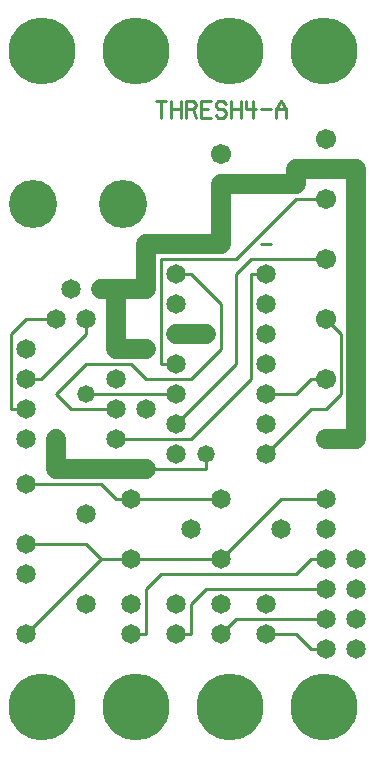
<source format=gtl>
%MOIN*%
%FSLAX25Y25*%
G04 D10 used for Character Trace; *
G04     Circle (OD=.01000) (No hole)*
G04 D11 used for Power Trace; *
G04     Circle (OD=.06700) (No hole)*
G04 D12 used for Signal Trace; *
G04     Circle (OD=.01100) (No hole)*
G04 D13 used for Via; *
G04     Circle (OD=.05800) (Round. Hole ID=.02800)*
G04 D14 used for Component hole; *
G04     Circle (OD=.06500) (Round. Hole ID=.03500)*
G04 D15 used for Component hole; *
G04     Circle (OD=.06700) (Round. Hole ID=.04300)*
G04 D16 used for Component hole; *
G04     Circle (OD=.08100) (Round. Hole ID=.05100)*
G04 D17 used for Component hole; *
G04     Circle (OD=.08900) (Round. Hole ID=.05900)*
G04 D18 used for Component hole; *
G04     Circle (OD=.11300) (Round. Hole ID=.08300)*
G04 D19 used for Component hole; *
G04     Circle (OD=.16000) (Round. Hole ID=.13000)*
G04 D20 used for Component hole; *
G04     Circle (OD=.18300) (Round. Hole ID=.15300)*
G04 D21 used for Component hole; *
G04     Circle (OD=.22291) (Round. Hole ID=.19291)*
%ADD10C,.01000*%
%ADD11C,.06700*%
%ADD12C,.01100*%
%ADD13C,.05800*%
%ADD14C,.06500*%
%ADD15C,.06700*%
%ADD16C,.08100*%
%ADD17C,.08900*%
%ADD18C,.11300*%
%ADD19C,.16000*%
%ADD20C,.18300*%
%ADD21C,.22291*%
%IPPOS*%
%LPD*%
G90*X0Y0D02*D21*X15625Y15625D03*D14*              
X10000Y40000D03*D12*X35000Y65000D01*X45000D01*D14*
D03*D12*X75000D01*D14*D03*D12*X95000Y85000D01*    
X110000D01*D14*D03*Y75000D03*X95000D03*           
X90000Y100000D03*D12*X105000Y115000D01*X110000D01*
X115000Y120000D01*Y140000D01*X110000Y145000D01*   
D15*D03*D14*X90000Y160000D03*D12*X85000D01*       
Y125000D01*X65000Y105000D01*X40000D01*D14*D03*D13*
X50000Y95000D03*D11*X20000D01*Y105000D01*D13*D03* 
D14*X10000Y115000D03*D12*X5000D01*Y140000D01*     
X10000Y145000D01*X20000D01*D14*D03*               
X10000Y135000D03*D12*X15000Y125000D02*            
X30000Y140000D01*X10000Y125000D02*X15000D01*D14*  
X10000D03*D12*X25000Y115000D02*X20000Y120000D01*  
X25000Y115000D02*X40000D01*D14*D03*D12*           
X50000Y125000D02*X65000D01*X75000Y135000D01*      
Y150000D01*X65000Y160000D01*X60000D01*D14*D03*D12*
X55000Y130000D02*Y165000D01*Y130000D02*X60000D01* 
D14*D03*D13*X70000Y140000D03*D11*X60000D01*D14*   
D03*Y150000D03*X50000Y135000D03*D11*X40000D01*D14*
D03*D11*Y155000D01*X35000D01*D14*D03*D11*         
X40000D02*X50000D01*Y170000D01*X75000D01*         
Y180000D01*D15*D03*D11*Y190000D01*X100000D01*     
Y195000D01*X120000D01*Y105000D01*X110000D01*D15*  
D03*D12*X90000Y120000D02*X100000D01*D14*X90000D03*
D12*X60000Y110000D02*X80000Y130000D01*D14*        
X60000Y110000D03*D13*X70000Y100000D03*D12*        
Y95000D01*X50000D01*X40000Y85000D02*X45000D01*D14*
D03*D12*X75000D01*D14*D03*X65000Y75000D03*        
X60000Y100000D03*D12*X55000Y60000D02*X100000D01*  
X50000Y55000D02*X55000Y60000D01*X50000Y40000D02*  
Y55000D01*X45000Y40000D02*X50000D01*D14*X45000D03*
Y50000D03*X30000D03*X60000Y40000D03*D12*X65000D01*
Y50000D01*X70000Y55000D01*X110000D01*D14*D03*     
X120000Y45000D03*Y65000D03*D12*X100000Y60000D02*  
X105000Y65000D01*X110000D01*D14*D03*              
X120000Y55000D03*X110000Y45000D03*D12*X80000D01*  
X75000Y40000D01*D14*D03*Y50000D03*X60000D03*      
X90000Y40000D03*D12*X100000D01*X105000Y35000D01*  
X110000D01*D14*D03*X120000D03*X90000Y50000D03*D21*
X109375Y15625D03*X78125D03*X46875D03*D12*         
X40000Y85000D02*X35000Y90000D01*X10000D01*D14*D03*
Y105000D03*D12*X35000Y65000D02*X30000Y70000D01*   
X10000D01*D14*D03*Y60000D03*X30000Y80000D03*      
X50000Y115000D03*X60000Y120000D03*D12*X30000D01*  
D13*D03*D12*X20000D02*X30000Y130000D01*X45000D01* 
X50000Y125000D01*D14*X40000D03*X30000Y145000D03*  
D12*Y140000D01*D14*X25000Y155000D03*D12*          
X55000Y165000D02*X80000D01*X100000Y185000D01*     
X110000D01*D15*D03*Y205000D03*Y165000D03*D12*     
X85000D01*X80000Y160000D01*Y130000D01*D14*        
X90000Y140000D03*Y130000D03*D12*X100000Y120000D02*
X105000Y125000D01*X110000D01*D15*D03*D14*         
X90000Y110000D03*Y150000D03*D10*X88326Y170000D02* 
X91674D01*D19*X42500Y183500D03*D15*               
X75000Y200000D03*D10*X55000Y212129D02*Y217871D01* 
X53326D02*X56674D01*X58326Y212129D02*Y217871D01*  
X61674Y212129D02*Y217871D01*X58326Y215000D02*     
X61674D01*X63326Y212129D02*Y217871D01*X65837D01*  
X66674Y216914D01*Y215957D01*X65837Y215000D01*     
X63326D01*X65837D02*X66674Y212129D01*X71674D02*   
X68326D01*Y217871D01*X71674D01*X68326Y215000D02*  
X70837D01*X76674Y216914D02*X75837Y217871D01*      
X74163D01*X73326Y216914D01*Y215957D01*            
X74163Y215000D01*X75837D01*X76674Y214043D01*      
Y213086D01*X75837Y212129D01*X74163D01*            
X73326Y213086D01*X78326Y212129D02*Y217871D01*     
X81674Y212129D02*Y217871D01*X78326Y215000D02*     
X81674D01*X85837Y217871D02*Y212129D01*            
X83326Y217871D02*Y215000D01*X86674D01*X88326D02*  
X91674D01*X93326Y212129D02*Y215000D01*            
X95000Y217871D01*X96674Y215000D01*Y212129D01*     
X93326Y215000D02*X96674D01*D19*X12500Y183500D03*  
D21*X109375Y234375D03*X78125D03*X46875D03*        
X15625D03*M02*                                    

</source>
